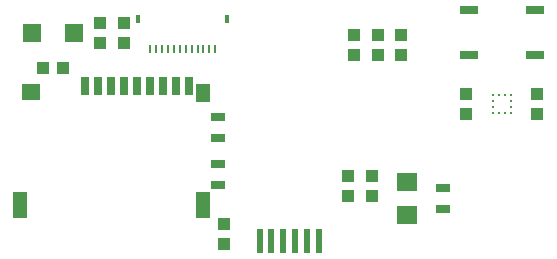
<source format=gbp>
G04 EAGLE Gerber RS-274X export*
G75*
%MOMM*%
%FSLAX34Y34*%
%LPD*%
%INSolderpaste Bottom*%
%IPPOS*%
%AMOC8*
5,1,8,0,0,1.08239X$1,22.5*%
G01*
%ADD10R,1.200000X0.800000*%
%ADD11R,1.000000X1.100000*%
%ADD12R,1.800000X1.600000*%
%ADD13R,1.100000X1.000000*%
%ADD14R,1.500000X1.600000*%
%ADD15R,0.400000X0.800000*%
%ADD16R,0.250000X0.650000*%
%ADD17R,0.250000X0.275000*%
%ADD18R,0.275000X0.250000*%
%ADD19R,1.524000X0.762000*%
%ADD20R,0.700000X1.600000*%
%ADD21R,1.200000X2.200000*%
%ADD22R,1.600000X1.400000*%
%ADD23R,1.200000X1.600000*%
%ADD24R,0.600000X2.000000*%


D10*
X365100Y59000D03*
X365100Y41000D03*
X175100Y119000D03*
X175100Y101000D03*
X175100Y61000D03*
X175100Y79000D03*
D11*
X285100Y68500D03*
X285100Y51500D03*
D12*
X335100Y64000D03*
X335100Y36000D03*
D11*
X305100Y51500D03*
X305100Y68500D03*
X180100Y28500D03*
X180100Y11500D03*
X290100Y171500D03*
X290100Y188500D03*
X330100Y171500D03*
X330100Y188500D03*
X310100Y188500D03*
X310100Y171500D03*
X95100Y181500D03*
X95100Y198500D03*
D13*
X43600Y160000D03*
X26600Y160000D03*
D14*
X53100Y190000D03*
X17100Y190000D03*
D11*
X75100Y181500D03*
X75100Y198500D03*
D15*
X107600Y201500D03*
D16*
X117600Y176500D03*
X122600Y176500D03*
D15*
X182600Y201500D03*
D16*
X127600Y176500D03*
X132600Y176500D03*
X137600Y176500D03*
X142600Y176500D03*
X147600Y176500D03*
X152600Y176500D03*
X157600Y176500D03*
X162600Y176500D03*
X167600Y176500D03*
X172600Y176500D03*
D17*
X417600Y122500D03*
X412600Y122500D03*
X412600Y137500D03*
X417600Y137500D03*
D18*
X422600Y137500D03*
X422600Y132500D03*
X422600Y122500D03*
X422600Y127500D03*
X407600Y122500D03*
X407600Y127500D03*
X407600Y132500D03*
X407600Y137500D03*
D11*
X445100Y121500D03*
X445100Y138500D03*
X385100Y121500D03*
X385100Y138500D03*
D19*
X387160Y170950D03*
X443040Y170950D03*
X387160Y209050D03*
X443040Y209050D03*
D20*
X84600Y145000D03*
X73600Y145000D03*
X62600Y145000D03*
X95600Y145000D03*
X106600Y145000D03*
X117600Y145000D03*
X128600Y145000D03*
X139600Y145000D03*
X150600Y145000D03*
D21*
X7600Y44000D03*
X162600Y44000D03*
D22*
X16600Y140000D03*
D23*
X162600Y139000D03*
D24*
X210100Y13800D03*
X220100Y13800D03*
X230100Y13800D03*
X240100Y13800D03*
X250100Y13800D03*
X260100Y13800D03*
M02*

</source>
